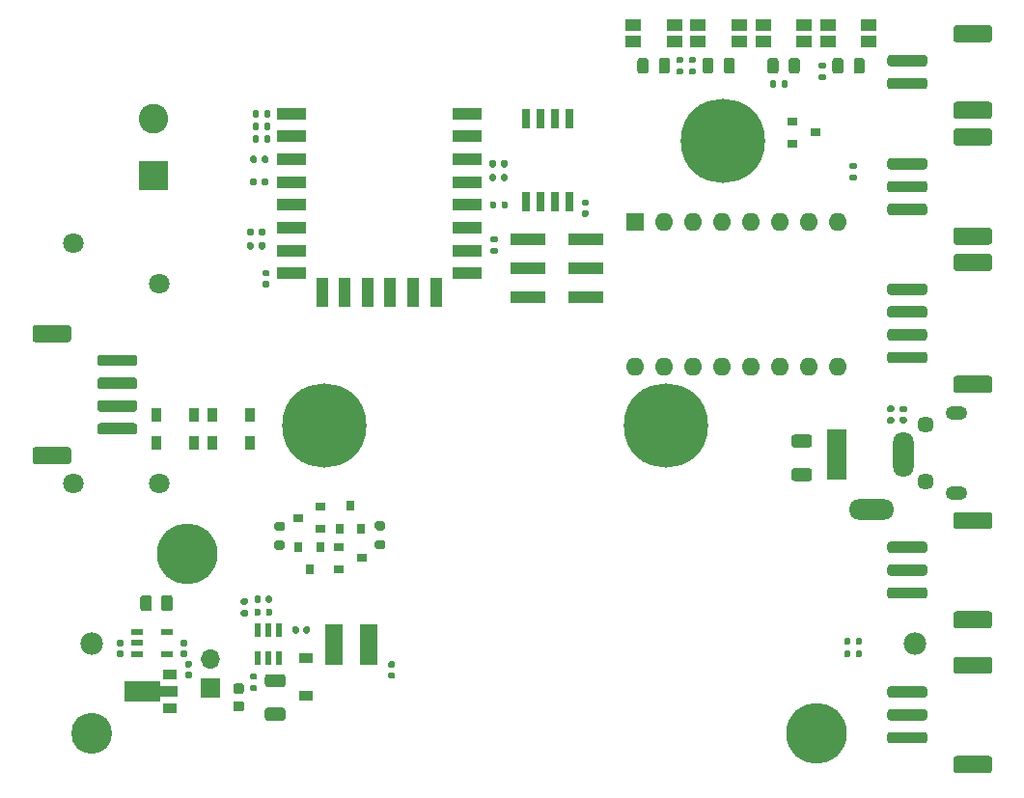
<source format=gbr>
%TF.GenerationSoftware,KiCad,Pcbnew,(5.1.9)-1*%
%TF.CreationDate,2021-05-06T00:14:11+03:00*%
%TF.ProjectId,hardware,68617264-7761-4726-952e-6b696361645f,rev?*%
%TF.SameCoordinates,Original*%
%TF.FileFunction,Soldermask,Top*%
%TF.FilePolarity,Negative*%
%FSLAX46Y46*%
G04 Gerber Fmt 4.6, Leading zero omitted, Abs format (unit mm)*
G04 Created by KiCad (PCBNEW (5.1.9)-1) date 2021-05-06 00:14:11*
%MOMM*%
%LPD*%
G01*
G04 APERTURE LIST*
%ADD10R,2.500000X1.100000*%
%ADD11R,1.100000X2.500000*%
%ADD12R,0.900000X0.800000*%
%ADD13O,1.700000X1.700000*%
%ADD14R,1.700000X1.700000*%
%ADD15C,5.325000*%
%ADD16C,3.585000*%
%ADD17C,1.980000*%
%ADD18C,7.400000*%
%ADD19R,1.400000X1.050000*%
%ADD20C,0.100000*%
%ADD21R,1.300000X0.900000*%
%ADD22R,0.650000X1.700000*%
%ADD23R,0.800000X0.900000*%
%ADD24R,1.500000X3.600000*%
%ADD25C,1.800000*%
%ADD26C,2.600000*%
%ADD27R,2.600000X2.600000*%
%ADD28R,1.800000X4.400000*%
%ADD29O,1.800000X4.000000*%
%ADD30O,4.000000X1.800000*%
%ADD31R,3.150000X1.000000*%
%ADD32O,1.900000X1.200000*%
%ADD33C,1.450000*%
%ADD34R,1.050000X0.550000*%
%ADD35R,0.600000X1.200000*%
%ADD36R,0.900000X1.200000*%
%ADD37R,1.200000X0.900000*%
%ADD38O,1.600000X1.600000*%
%ADD39R,1.600000X1.600000*%
G04 APERTURE END LIST*
%TO.C,R16*%
G36*
G01*
X203887500Y-115099999D02*
X203887500Y-116000001D01*
G75*
G02*
X203637501Y-116250000I-249999J0D01*
G01*
X203112499Y-116250000D01*
G75*
G02*
X202862500Y-116000001I0J249999D01*
G01*
X202862500Y-115099999D01*
G75*
G02*
X203112499Y-114850000I249999J0D01*
G01*
X203637501Y-114850000D01*
G75*
G02*
X203887500Y-115099999I0J-249999D01*
G01*
G37*
G36*
G01*
X205712500Y-115099999D02*
X205712500Y-116000001D01*
G75*
G02*
X205462501Y-116250000I-249999J0D01*
G01*
X204937499Y-116250000D01*
G75*
G02*
X204687500Y-116000001I0J249999D01*
G01*
X204687500Y-115099999D01*
G75*
G02*
X204937499Y-114850000I249999J0D01*
G01*
X205462501Y-114850000D01*
G75*
G02*
X205712500Y-115099999I0J-249999D01*
G01*
G37*
%TD*%
D10*
%TO.C,U2*%
X216110000Y-72600000D03*
X216110000Y-74600000D03*
X216110000Y-76600000D03*
X216110000Y-78600000D03*
X216110000Y-80600000D03*
X216110000Y-82600000D03*
X216110000Y-84600000D03*
X216110000Y-86600000D03*
X231510000Y-86600000D03*
X231510000Y-84600000D03*
X231510000Y-82600000D03*
X231510000Y-80600000D03*
X231510000Y-78600000D03*
X231510000Y-76600000D03*
X231510000Y-74600000D03*
X231510000Y-72600000D03*
D11*
X218800000Y-88300000D03*
X220800000Y-88300000D03*
X222800000Y-88300000D03*
X224800000Y-88300000D03*
X226800000Y-88300000D03*
X228800000Y-88300000D03*
%TD*%
D12*
%TO.C,Q1*%
X262100000Y-74250000D03*
X260100000Y-75200000D03*
X260100000Y-73300000D03*
%TD*%
%TO.C,R25*%
G36*
G01*
X213540000Y-76785000D02*
X213540000Y-76415000D01*
G75*
G02*
X213675000Y-76280000I135000J0D01*
G01*
X213945000Y-76280000D01*
G75*
G02*
X214080000Y-76415000I0J-135000D01*
G01*
X214080000Y-76785000D01*
G75*
G02*
X213945000Y-76920000I-135000J0D01*
G01*
X213675000Y-76920000D01*
G75*
G02*
X213540000Y-76785000I0J135000D01*
G01*
G37*
G36*
G01*
X212520000Y-76785000D02*
X212520000Y-76415000D01*
G75*
G02*
X212655000Y-76280000I135000J0D01*
G01*
X212925000Y-76280000D01*
G75*
G02*
X213060000Y-76415000I0J-135000D01*
G01*
X213060000Y-76785000D01*
G75*
G02*
X212925000Y-76920000I-135000J0D01*
G01*
X212655000Y-76920000D01*
G75*
G02*
X212520000Y-76785000I0J135000D01*
G01*
G37*
%TD*%
%TO.C,R24*%
G36*
G01*
X213540000Y-78785000D02*
X213540000Y-78415000D01*
G75*
G02*
X213675000Y-78280000I135000J0D01*
G01*
X213945000Y-78280000D01*
G75*
G02*
X214080000Y-78415000I0J-135000D01*
G01*
X214080000Y-78785000D01*
G75*
G02*
X213945000Y-78920000I-135000J0D01*
G01*
X213675000Y-78920000D01*
G75*
G02*
X213540000Y-78785000I0J135000D01*
G01*
G37*
G36*
G01*
X212520000Y-78785000D02*
X212520000Y-78415000D01*
G75*
G02*
X212655000Y-78280000I135000J0D01*
G01*
X212925000Y-78280000D01*
G75*
G02*
X213060000Y-78415000I0J-135000D01*
G01*
X213060000Y-78785000D01*
G75*
G02*
X212925000Y-78920000I-135000J0D01*
G01*
X212655000Y-78920000D01*
G75*
G02*
X212520000Y-78785000I0J135000D01*
G01*
G37*
%TD*%
D13*
%TO.C,BT1*%
X209000000Y-120460000D03*
D14*
X209000000Y-123000000D03*
%TD*%
%TO.C,R23*%
G36*
G01*
X265150000Y-119815000D02*
X265150000Y-120185000D01*
G75*
G02*
X265015000Y-120320000I-135000J0D01*
G01*
X264745000Y-120320000D01*
G75*
G02*
X264610000Y-120185000I0J135000D01*
G01*
X264610000Y-119815000D01*
G75*
G02*
X264745000Y-119680000I135000J0D01*
G01*
X265015000Y-119680000D01*
G75*
G02*
X265150000Y-119815000I0J-135000D01*
G01*
G37*
G36*
G01*
X266170000Y-119815000D02*
X266170000Y-120185000D01*
G75*
G02*
X266035000Y-120320000I-135000J0D01*
G01*
X265765000Y-120320000D01*
G75*
G02*
X265630000Y-120185000I0J135000D01*
G01*
X265630000Y-119815000D01*
G75*
G02*
X265765000Y-119680000I135000J0D01*
G01*
X266035000Y-119680000D01*
G75*
G02*
X266170000Y-119815000I0J-135000D01*
G01*
G37*
%TD*%
%TO.C,R22*%
G36*
G01*
X265150000Y-118715000D02*
X265150000Y-119085000D01*
G75*
G02*
X265015000Y-119220000I-135000J0D01*
G01*
X264745000Y-119220000D01*
G75*
G02*
X264610000Y-119085000I0J135000D01*
G01*
X264610000Y-118715000D01*
G75*
G02*
X264745000Y-118580000I135000J0D01*
G01*
X265015000Y-118580000D01*
G75*
G02*
X265150000Y-118715000I0J-135000D01*
G01*
G37*
G36*
G01*
X266170000Y-118715000D02*
X266170000Y-119085000D01*
G75*
G02*
X266035000Y-119220000I-135000J0D01*
G01*
X265765000Y-119220000D01*
G75*
G02*
X265630000Y-119085000I0J135000D01*
G01*
X265630000Y-118715000D01*
G75*
G02*
X265765000Y-118580000I135000J0D01*
G01*
X266035000Y-118580000D01*
G75*
G02*
X266170000Y-118715000I0J-135000D01*
G01*
G37*
%TD*%
%TO.C,C13*%
G36*
G01*
X269970000Y-98800000D02*
X269630000Y-98800000D01*
G75*
G02*
X269490000Y-98660000I0J140000D01*
G01*
X269490000Y-98380000D01*
G75*
G02*
X269630000Y-98240000I140000J0D01*
G01*
X269970000Y-98240000D01*
G75*
G02*
X270110000Y-98380000I0J-140000D01*
G01*
X270110000Y-98660000D01*
G75*
G02*
X269970000Y-98800000I-140000J0D01*
G01*
G37*
G36*
G01*
X269970000Y-99760000D02*
X269630000Y-99760000D01*
G75*
G02*
X269490000Y-99620000I0J140000D01*
G01*
X269490000Y-99340000D01*
G75*
G02*
X269630000Y-99200000I140000J0D01*
G01*
X269970000Y-99200000D01*
G75*
G02*
X270110000Y-99340000I0J-140000D01*
G01*
X270110000Y-99620000D01*
G75*
G02*
X269970000Y-99760000I-140000J0D01*
G01*
G37*
%TD*%
%TO.C,R21*%
G36*
G01*
X213274670Y-83164416D02*
X213274670Y-82794416D01*
G75*
G02*
X213409670Y-82659416I135000J0D01*
G01*
X213679670Y-82659416D01*
G75*
G02*
X213814670Y-82794416I0J-135000D01*
G01*
X213814670Y-83164416D01*
G75*
G02*
X213679670Y-83299416I-135000J0D01*
G01*
X213409670Y-83299416D01*
G75*
G02*
X213274670Y-83164416I0J135000D01*
G01*
G37*
G36*
G01*
X212254670Y-83164416D02*
X212254670Y-82794416D01*
G75*
G02*
X212389670Y-82659416I135000J0D01*
G01*
X212659670Y-82659416D01*
G75*
G02*
X212794670Y-82794416I0J-135000D01*
G01*
X212794670Y-83164416D01*
G75*
G02*
X212659670Y-83299416I-135000J0D01*
G01*
X212389670Y-83299416D01*
G75*
G02*
X212254670Y-83164416I0J135000D01*
G01*
G37*
%TD*%
%TO.C,R14*%
G36*
G01*
X224175000Y-109150000D02*
X223625000Y-109150000D01*
G75*
G02*
X223425000Y-108950000I0J200000D01*
G01*
X223425000Y-108550000D01*
G75*
G02*
X223625000Y-108350000I200000J0D01*
G01*
X224175000Y-108350000D01*
G75*
G02*
X224375000Y-108550000I0J-200000D01*
G01*
X224375000Y-108950000D01*
G75*
G02*
X224175000Y-109150000I-200000J0D01*
G01*
G37*
G36*
G01*
X224175000Y-110800000D02*
X223625000Y-110800000D01*
G75*
G02*
X223425000Y-110600000I0J200000D01*
G01*
X223425000Y-110200000D01*
G75*
G02*
X223625000Y-110000000I200000J0D01*
G01*
X224175000Y-110000000D01*
G75*
G02*
X224375000Y-110200000I0J-200000D01*
G01*
X224375000Y-110600000D01*
G75*
G02*
X224175000Y-110800000I-200000J0D01*
G01*
G37*
%TD*%
%TO.C,R20*%
G36*
G01*
X250015000Y-68630000D02*
X250385000Y-68630000D01*
G75*
G02*
X250520000Y-68765000I0J-135000D01*
G01*
X250520000Y-69035000D01*
G75*
G02*
X250385000Y-69170000I-135000J0D01*
G01*
X250015000Y-69170000D01*
G75*
G02*
X249880000Y-69035000I0J135000D01*
G01*
X249880000Y-68765000D01*
G75*
G02*
X250015000Y-68630000I135000J0D01*
G01*
G37*
G36*
G01*
X250015000Y-67610000D02*
X250385000Y-67610000D01*
G75*
G02*
X250520000Y-67745000I0J-135000D01*
G01*
X250520000Y-68015000D01*
G75*
G02*
X250385000Y-68150000I-135000J0D01*
G01*
X250015000Y-68150000D01*
G75*
G02*
X249880000Y-68015000I0J135000D01*
G01*
X249880000Y-67745000D01*
G75*
G02*
X250015000Y-67610000I135000J0D01*
G01*
G37*
%TD*%
%TO.C,R19*%
G36*
G01*
X251115000Y-68630000D02*
X251485000Y-68630000D01*
G75*
G02*
X251620000Y-68765000I0J-135000D01*
G01*
X251620000Y-69035000D01*
G75*
G02*
X251485000Y-69170000I-135000J0D01*
G01*
X251115000Y-69170000D01*
G75*
G02*
X250980000Y-69035000I0J135000D01*
G01*
X250980000Y-68765000D01*
G75*
G02*
X251115000Y-68630000I135000J0D01*
G01*
G37*
G36*
G01*
X251115000Y-67610000D02*
X251485000Y-67610000D01*
G75*
G02*
X251620000Y-67745000I0J-135000D01*
G01*
X251620000Y-68015000D01*
G75*
G02*
X251485000Y-68150000I-135000J0D01*
G01*
X251115000Y-68150000D01*
G75*
G02*
X250980000Y-68015000I0J135000D01*
G01*
X250980000Y-67745000D01*
G75*
G02*
X251115000Y-67610000I135000J0D01*
G01*
G37*
%TD*%
%TO.C,D9*%
G36*
G01*
X248350000Y-68856250D02*
X248350000Y-67943750D01*
G75*
G02*
X248593750Y-67700000I243750J0D01*
G01*
X249081250Y-67700000D01*
G75*
G02*
X249325000Y-67943750I0J-243750D01*
G01*
X249325000Y-68856250D01*
G75*
G02*
X249081250Y-69100000I-243750J0D01*
G01*
X248593750Y-69100000D01*
G75*
G02*
X248350000Y-68856250I0J243750D01*
G01*
G37*
G36*
G01*
X246475000Y-68856250D02*
X246475000Y-67943750D01*
G75*
G02*
X246718750Y-67700000I243750J0D01*
G01*
X247206250Y-67700000D01*
G75*
G02*
X247450000Y-67943750I0J-243750D01*
G01*
X247450000Y-68856250D01*
G75*
G02*
X247206250Y-69100000I-243750J0D01*
G01*
X246718750Y-69100000D01*
G75*
G02*
X246475000Y-68856250I0J243750D01*
G01*
G37*
%TD*%
%TO.C,D8*%
G36*
G01*
X253150000Y-67943750D02*
X253150000Y-68856250D01*
G75*
G02*
X252906250Y-69100000I-243750J0D01*
G01*
X252418750Y-69100000D01*
G75*
G02*
X252175000Y-68856250I0J243750D01*
G01*
X252175000Y-67943750D01*
G75*
G02*
X252418750Y-67700000I243750J0D01*
G01*
X252906250Y-67700000D01*
G75*
G02*
X253150000Y-67943750I0J-243750D01*
G01*
G37*
G36*
G01*
X255025000Y-67943750D02*
X255025000Y-68856250D01*
G75*
G02*
X254781250Y-69100000I-243750J0D01*
G01*
X254293750Y-69100000D01*
G75*
G02*
X254050000Y-68856250I0J243750D01*
G01*
X254050000Y-67943750D01*
G75*
G02*
X254293750Y-67700000I243750J0D01*
G01*
X254781250Y-67700000D01*
G75*
G02*
X255025000Y-67943750I0J-243750D01*
G01*
G37*
%TD*%
D15*
%TO.C,BT2*%
X207000000Y-111260000D03*
D16*
X198640000Y-127000000D03*
D15*
X262200000Y-127000000D03*
D17*
X198640000Y-119130000D03*
X270840000Y-119130000D03*
%TD*%
D18*
%TO.C,H3*%
X254000000Y-75000000D03*
%TD*%
%TO.C,H2*%
X219000000Y-100000000D03*
%TD*%
%TO.C,H1*%
X249000000Y-100000000D03*
%TD*%
D19*
%TO.C,RESET1*%
X266800000Y-64800000D03*
X263200000Y-64800000D03*
X266800000Y-66240000D03*
X263200000Y-66240000D03*
%TD*%
%TO.C,PB2*%
X255400000Y-64800000D03*
X251800000Y-64800000D03*
X255400000Y-66240000D03*
X251800000Y-66240000D03*
%TD*%
%TO.C,PB1*%
X249700000Y-64800000D03*
X246100000Y-64800000D03*
X249700000Y-66240000D03*
X246100000Y-66240000D03*
%TD*%
%TO.C,FLASH1*%
X261100000Y-64800000D03*
X257500000Y-64800000D03*
X261100000Y-66240000D03*
X257500000Y-66240000D03*
%TD*%
%TO.C,TEMP1*%
G36*
G01*
X271650000Y-81500000D02*
X268650000Y-81500000D01*
G75*
G02*
X268400000Y-81250000I0J250000D01*
G01*
X268400000Y-80750000D01*
G75*
G02*
X268650000Y-80500000I250000J0D01*
G01*
X271650000Y-80500000D01*
G75*
G02*
X271900000Y-80750000I0J-250000D01*
G01*
X271900000Y-81250000D01*
G75*
G02*
X271650000Y-81500000I-250000J0D01*
G01*
G37*
G36*
G01*
X271650000Y-79500000D02*
X268650000Y-79500000D01*
G75*
G02*
X268400000Y-79250000I0J250000D01*
G01*
X268400000Y-78750000D01*
G75*
G02*
X268650000Y-78500000I250000J0D01*
G01*
X271650000Y-78500000D01*
G75*
G02*
X271900000Y-78750000I0J-250000D01*
G01*
X271900000Y-79250000D01*
G75*
G02*
X271650000Y-79500000I-250000J0D01*
G01*
G37*
G36*
G01*
X271650000Y-77500000D02*
X268650000Y-77500000D01*
G75*
G02*
X268400000Y-77250000I0J250000D01*
G01*
X268400000Y-76750000D01*
G75*
G02*
X268650000Y-76500000I250000J0D01*
G01*
X271650000Y-76500000D01*
G75*
G02*
X271900000Y-76750000I0J-250000D01*
G01*
X271900000Y-77250000D01*
G75*
G02*
X271650000Y-77500000I-250000J0D01*
G01*
G37*
G36*
G01*
X277350000Y-84100000D02*
X274450000Y-84100000D01*
G75*
G02*
X274200000Y-83850000I0J250000D01*
G01*
X274200000Y-82850000D01*
G75*
G02*
X274450000Y-82600000I250000J0D01*
G01*
X277350000Y-82600000D01*
G75*
G02*
X277600000Y-82850000I0J-250000D01*
G01*
X277600000Y-83850000D01*
G75*
G02*
X277350000Y-84100000I-250000J0D01*
G01*
G37*
G36*
G01*
X277350000Y-75400000D02*
X274450000Y-75400000D01*
G75*
G02*
X274200000Y-75150000I0J250000D01*
G01*
X274200000Y-74150000D01*
G75*
G02*
X274450000Y-73900000I250000J0D01*
G01*
X277350000Y-73900000D01*
G75*
G02*
X277600000Y-74150000I0J-250000D01*
G01*
X277600000Y-75150000D01*
G75*
G02*
X277350000Y-75400000I-250000J0D01*
G01*
G37*
%TD*%
%TO.C,StepperMotor1*%
G36*
G01*
X277350000Y-86400000D02*
X274450000Y-86400000D01*
G75*
G02*
X274200000Y-86150000I0J250000D01*
G01*
X274200000Y-85150000D01*
G75*
G02*
X274450000Y-84900000I250000J0D01*
G01*
X277350000Y-84900000D01*
G75*
G02*
X277600000Y-85150000I0J-250000D01*
G01*
X277600000Y-86150000D01*
G75*
G02*
X277350000Y-86400000I-250000J0D01*
G01*
G37*
G36*
G01*
X277350000Y-97100000D02*
X274450000Y-97100000D01*
G75*
G02*
X274200000Y-96850000I0J250000D01*
G01*
X274200000Y-95850000D01*
G75*
G02*
X274450000Y-95600000I250000J0D01*
G01*
X277350000Y-95600000D01*
G75*
G02*
X277600000Y-95850000I0J-250000D01*
G01*
X277600000Y-96850000D01*
G75*
G02*
X277350000Y-97100000I-250000J0D01*
G01*
G37*
G36*
G01*
X271650000Y-88500000D02*
X268650000Y-88500000D01*
G75*
G02*
X268400000Y-88250000I0J250000D01*
G01*
X268400000Y-87750000D01*
G75*
G02*
X268650000Y-87500000I250000J0D01*
G01*
X271650000Y-87500000D01*
G75*
G02*
X271900000Y-87750000I0J-250000D01*
G01*
X271900000Y-88250000D01*
G75*
G02*
X271650000Y-88500000I-250000J0D01*
G01*
G37*
G36*
G01*
X271650000Y-90500000D02*
X268650000Y-90500000D01*
G75*
G02*
X268400000Y-90250000I0J250000D01*
G01*
X268400000Y-89750000D01*
G75*
G02*
X268650000Y-89500000I250000J0D01*
G01*
X271650000Y-89500000D01*
G75*
G02*
X271900000Y-89750000I0J-250000D01*
G01*
X271900000Y-90250000D01*
G75*
G02*
X271650000Y-90500000I-250000J0D01*
G01*
G37*
G36*
G01*
X271650000Y-92500000D02*
X268650000Y-92500000D01*
G75*
G02*
X268400000Y-92250000I0J250000D01*
G01*
X268400000Y-91750000D01*
G75*
G02*
X268650000Y-91500000I250000J0D01*
G01*
X271650000Y-91500000D01*
G75*
G02*
X271900000Y-91750000I0J-250000D01*
G01*
X271900000Y-92250000D01*
G75*
G02*
X271650000Y-92500000I-250000J0D01*
G01*
G37*
G36*
G01*
X271650000Y-94500000D02*
X268650000Y-94500000D01*
G75*
G02*
X268400000Y-94250000I0J250000D01*
G01*
X268400000Y-93750000D01*
G75*
G02*
X268650000Y-93500000I250000J0D01*
G01*
X271650000Y-93500000D01*
G75*
G02*
X271900000Y-93750000I0J-250000D01*
G01*
X271900000Y-94250000D01*
G75*
G02*
X271650000Y-94500000I-250000J0D01*
G01*
G37*
%TD*%
%TO.C,PROG1*%
G36*
G01*
X193650000Y-101850000D02*
X196550000Y-101850000D01*
G75*
G02*
X196800000Y-102100000I0J-250000D01*
G01*
X196800000Y-103100000D01*
G75*
G02*
X196550000Y-103350000I-250000J0D01*
G01*
X193650000Y-103350000D01*
G75*
G02*
X193400000Y-103100000I0J250000D01*
G01*
X193400000Y-102100000D01*
G75*
G02*
X193650000Y-101850000I250000J0D01*
G01*
G37*
G36*
G01*
X193650000Y-91150000D02*
X196550000Y-91150000D01*
G75*
G02*
X196800000Y-91400000I0J-250000D01*
G01*
X196800000Y-92400000D01*
G75*
G02*
X196550000Y-92650000I-250000J0D01*
G01*
X193650000Y-92650000D01*
G75*
G02*
X193400000Y-92400000I0J250000D01*
G01*
X193400000Y-91400000D01*
G75*
G02*
X193650000Y-91150000I250000J0D01*
G01*
G37*
G36*
G01*
X199350000Y-99750000D02*
X202350000Y-99750000D01*
G75*
G02*
X202600000Y-100000000I0J-250000D01*
G01*
X202600000Y-100500000D01*
G75*
G02*
X202350000Y-100750000I-250000J0D01*
G01*
X199350000Y-100750000D01*
G75*
G02*
X199100000Y-100500000I0J250000D01*
G01*
X199100000Y-100000000D01*
G75*
G02*
X199350000Y-99750000I250000J0D01*
G01*
G37*
G36*
G01*
X199350000Y-97750000D02*
X202350000Y-97750000D01*
G75*
G02*
X202600000Y-98000000I0J-250000D01*
G01*
X202600000Y-98500000D01*
G75*
G02*
X202350000Y-98750000I-250000J0D01*
G01*
X199350000Y-98750000D01*
G75*
G02*
X199100000Y-98500000I0J250000D01*
G01*
X199100000Y-98000000D01*
G75*
G02*
X199350000Y-97750000I250000J0D01*
G01*
G37*
G36*
G01*
X199350000Y-95750000D02*
X202350000Y-95750000D01*
G75*
G02*
X202600000Y-96000000I0J-250000D01*
G01*
X202600000Y-96500000D01*
G75*
G02*
X202350000Y-96750000I-250000J0D01*
G01*
X199350000Y-96750000D01*
G75*
G02*
X199100000Y-96500000I0J250000D01*
G01*
X199100000Y-96000000D01*
G75*
G02*
X199350000Y-95750000I250000J0D01*
G01*
G37*
G36*
G01*
X199350000Y-93750000D02*
X202350000Y-93750000D01*
G75*
G02*
X202600000Y-94000000I0J-250000D01*
G01*
X202600000Y-94500000D01*
G75*
G02*
X202350000Y-94750000I-250000J0D01*
G01*
X199350000Y-94750000D01*
G75*
G02*
X199100000Y-94500000I0J250000D01*
G01*
X199100000Y-94000000D01*
G75*
G02*
X199350000Y-93750000I250000J0D01*
G01*
G37*
%TD*%
%TO.C,J5*%
G36*
G01*
X277350000Y-66350000D02*
X274450000Y-66350000D01*
G75*
G02*
X274200000Y-66100000I0J250000D01*
G01*
X274200000Y-65100000D01*
G75*
G02*
X274450000Y-64850000I250000J0D01*
G01*
X277350000Y-64850000D01*
G75*
G02*
X277600000Y-65100000I0J-250000D01*
G01*
X277600000Y-66100000D01*
G75*
G02*
X277350000Y-66350000I-250000J0D01*
G01*
G37*
G36*
G01*
X277350000Y-73050000D02*
X274450000Y-73050000D01*
G75*
G02*
X274200000Y-72800000I0J250000D01*
G01*
X274200000Y-71800000D01*
G75*
G02*
X274450000Y-71550000I250000J0D01*
G01*
X277350000Y-71550000D01*
G75*
G02*
X277600000Y-71800000I0J-250000D01*
G01*
X277600000Y-72800000D01*
G75*
G02*
X277350000Y-73050000I-250000J0D01*
G01*
G37*
G36*
G01*
X271650000Y-68450000D02*
X268650000Y-68450000D01*
G75*
G02*
X268400000Y-68200000I0J250000D01*
G01*
X268400000Y-67700000D01*
G75*
G02*
X268650000Y-67450000I250000J0D01*
G01*
X271650000Y-67450000D01*
G75*
G02*
X271900000Y-67700000I0J-250000D01*
G01*
X271900000Y-68200000D01*
G75*
G02*
X271650000Y-68450000I-250000J0D01*
G01*
G37*
G36*
G01*
X271650000Y-70450000D02*
X268650000Y-70450000D01*
G75*
G02*
X268400000Y-70200000I0J250000D01*
G01*
X268400000Y-69700000D01*
G75*
G02*
X268650000Y-69450000I250000J0D01*
G01*
X271650000Y-69450000D01*
G75*
G02*
X271900000Y-69700000I0J-250000D01*
G01*
X271900000Y-70200000D01*
G75*
G02*
X271650000Y-70450000I-250000J0D01*
G01*
G37*
%TD*%
%TO.C,Analog3*%
G36*
G01*
X277350000Y-121750000D02*
X274450000Y-121750000D01*
G75*
G02*
X274200000Y-121500000I0J250000D01*
G01*
X274200000Y-120500000D01*
G75*
G02*
X274450000Y-120250000I250000J0D01*
G01*
X277350000Y-120250000D01*
G75*
G02*
X277600000Y-120500000I0J-250000D01*
G01*
X277600000Y-121500000D01*
G75*
G02*
X277350000Y-121750000I-250000J0D01*
G01*
G37*
G36*
G01*
X277350000Y-130450000D02*
X274450000Y-130450000D01*
G75*
G02*
X274200000Y-130200000I0J250000D01*
G01*
X274200000Y-129200000D01*
G75*
G02*
X274450000Y-128950000I250000J0D01*
G01*
X277350000Y-128950000D01*
G75*
G02*
X277600000Y-129200000I0J-250000D01*
G01*
X277600000Y-130200000D01*
G75*
G02*
X277350000Y-130450000I-250000J0D01*
G01*
G37*
G36*
G01*
X271650000Y-123850000D02*
X268650000Y-123850000D01*
G75*
G02*
X268400000Y-123600000I0J250000D01*
G01*
X268400000Y-123100000D01*
G75*
G02*
X268650000Y-122850000I250000J0D01*
G01*
X271650000Y-122850000D01*
G75*
G02*
X271900000Y-123100000I0J-250000D01*
G01*
X271900000Y-123600000D01*
G75*
G02*
X271650000Y-123850000I-250000J0D01*
G01*
G37*
G36*
G01*
X271650000Y-125850000D02*
X268650000Y-125850000D01*
G75*
G02*
X268400000Y-125600000I0J250000D01*
G01*
X268400000Y-125100000D01*
G75*
G02*
X268650000Y-124850000I250000J0D01*
G01*
X271650000Y-124850000D01*
G75*
G02*
X271900000Y-125100000I0J-250000D01*
G01*
X271900000Y-125600000D01*
G75*
G02*
X271650000Y-125850000I-250000J0D01*
G01*
G37*
G36*
G01*
X271650000Y-127850000D02*
X268650000Y-127850000D01*
G75*
G02*
X268400000Y-127600000I0J250000D01*
G01*
X268400000Y-127100000D01*
G75*
G02*
X268650000Y-126850000I250000J0D01*
G01*
X271650000Y-126850000D01*
G75*
G02*
X271900000Y-127100000I0J-250000D01*
G01*
X271900000Y-127600000D01*
G75*
G02*
X271650000Y-127850000I-250000J0D01*
G01*
G37*
%TD*%
%TO.C,Analog2*%
G36*
G01*
X277350000Y-109050000D02*
X274450000Y-109050000D01*
G75*
G02*
X274200000Y-108800000I0J250000D01*
G01*
X274200000Y-107800000D01*
G75*
G02*
X274450000Y-107550000I250000J0D01*
G01*
X277350000Y-107550000D01*
G75*
G02*
X277600000Y-107800000I0J-250000D01*
G01*
X277600000Y-108800000D01*
G75*
G02*
X277350000Y-109050000I-250000J0D01*
G01*
G37*
G36*
G01*
X277350000Y-117750000D02*
X274450000Y-117750000D01*
G75*
G02*
X274200000Y-117500000I0J250000D01*
G01*
X274200000Y-116500000D01*
G75*
G02*
X274450000Y-116250000I250000J0D01*
G01*
X277350000Y-116250000D01*
G75*
G02*
X277600000Y-116500000I0J-250000D01*
G01*
X277600000Y-117500000D01*
G75*
G02*
X277350000Y-117750000I-250000J0D01*
G01*
G37*
G36*
G01*
X271650000Y-111150000D02*
X268650000Y-111150000D01*
G75*
G02*
X268400000Y-110900000I0J250000D01*
G01*
X268400000Y-110400000D01*
G75*
G02*
X268650000Y-110150000I250000J0D01*
G01*
X271650000Y-110150000D01*
G75*
G02*
X271900000Y-110400000I0J-250000D01*
G01*
X271900000Y-110900000D01*
G75*
G02*
X271650000Y-111150000I-250000J0D01*
G01*
G37*
G36*
G01*
X271650000Y-113150000D02*
X268650000Y-113150000D01*
G75*
G02*
X268400000Y-112900000I0J250000D01*
G01*
X268400000Y-112400000D01*
G75*
G02*
X268650000Y-112150000I250000J0D01*
G01*
X271650000Y-112150000D01*
G75*
G02*
X271900000Y-112400000I0J-250000D01*
G01*
X271900000Y-112900000D01*
G75*
G02*
X271650000Y-113150000I-250000J0D01*
G01*
G37*
G36*
G01*
X271650000Y-115150000D02*
X268650000Y-115150000D01*
G75*
G02*
X268400000Y-114900000I0J250000D01*
G01*
X268400000Y-114400000D01*
G75*
G02*
X268650000Y-114150000I250000J0D01*
G01*
X271650000Y-114150000D01*
G75*
G02*
X271900000Y-114400000I0J-250000D01*
G01*
X271900000Y-114900000D01*
G75*
G02*
X271650000Y-115150000I-250000J0D01*
G01*
G37*
%TD*%
D20*
%TO.C,U3*%
G36*
X201500000Y-122433500D02*
G01*
X204625000Y-122433500D01*
X204625000Y-122850000D01*
X206100000Y-122850000D01*
X206100000Y-123750000D01*
X204625000Y-123750000D01*
X204625000Y-124166500D01*
X201500000Y-124166500D01*
X201500000Y-122433500D01*
G37*
D21*
X205450000Y-121800000D03*
X205450000Y-124800000D03*
%TD*%
D22*
%TO.C,U1*%
X240505000Y-80350000D03*
X239235000Y-80350000D03*
X237965000Y-80350000D03*
X236695000Y-80350000D03*
X236695000Y-73050000D03*
X237965000Y-73050000D03*
X239235000Y-73050000D03*
X240505000Y-73050000D03*
%TD*%
%TO.C,R18*%
G36*
G01*
X213274670Y-84385000D02*
X213274670Y-84015000D01*
G75*
G02*
X213409670Y-83880000I135000J0D01*
G01*
X213679670Y-83880000D01*
G75*
G02*
X213814670Y-84015000I0J-135000D01*
G01*
X213814670Y-84385000D01*
G75*
G02*
X213679670Y-84520000I-135000J0D01*
G01*
X213409670Y-84520000D01*
G75*
G02*
X213274670Y-84385000I0J135000D01*
G01*
G37*
G36*
G01*
X212254670Y-84385000D02*
X212254670Y-84015000D01*
G75*
G02*
X212389670Y-83880000I135000J0D01*
G01*
X212659670Y-83880000D01*
G75*
G02*
X212794670Y-84015000I0J-135000D01*
G01*
X212794670Y-84385000D01*
G75*
G02*
X212659670Y-84520000I-135000J0D01*
G01*
X212389670Y-84520000D01*
G75*
G02*
X212254670Y-84385000I0J135000D01*
G01*
G37*
%TD*%
%TO.C,R17*%
G36*
G01*
X215375000Y-109200000D02*
X214825000Y-109200000D01*
G75*
G02*
X214625000Y-109000000I0J200000D01*
G01*
X214625000Y-108600000D01*
G75*
G02*
X214825000Y-108400000I200000J0D01*
G01*
X215375000Y-108400000D01*
G75*
G02*
X215575000Y-108600000I0J-200000D01*
G01*
X215575000Y-109000000D01*
G75*
G02*
X215375000Y-109200000I-200000J0D01*
G01*
G37*
G36*
G01*
X215375000Y-110850000D02*
X214825000Y-110850000D01*
G75*
G02*
X214625000Y-110650000I0J200000D01*
G01*
X214625000Y-110250000D01*
G75*
G02*
X214825000Y-110050000I200000J0D01*
G01*
X215375000Y-110050000D01*
G75*
G02*
X215575000Y-110250000I0J-200000D01*
G01*
X215575000Y-110650000D01*
G75*
G02*
X215375000Y-110850000I-200000J0D01*
G01*
G37*
%TD*%
%TO.C,R15*%
G36*
G01*
X259130000Y-70185000D02*
X259130000Y-69815000D01*
G75*
G02*
X259265000Y-69680000I135000J0D01*
G01*
X259535000Y-69680000D01*
G75*
G02*
X259670000Y-69815000I0J-135000D01*
G01*
X259670000Y-70185000D01*
G75*
G02*
X259535000Y-70320000I-135000J0D01*
G01*
X259265000Y-70320000D01*
G75*
G02*
X259130000Y-70185000I0J135000D01*
G01*
G37*
G36*
G01*
X258110000Y-70185000D02*
X258110000Y-69815000D01*
G75*
G02*
X258245000Y-69680000I135000J0D01*
G01*
X258515000Y-69680000D01*
G75*
G02*
X258650000Y-69815000I0J-135000D01*
G01*
X258650000Y-70185000D01*
G75*
G02*
X258515000Y-70320000I-135000J0D01*
G01*
X258245000Y-70320000D01*
G75*
G02*
X258110000Y-70185000I0J135000D01*
G01*
G37*
%TD*%
%TO.C,R13*%
G36*
G01*
X262515000Y-69130000D02*
X262885000Y-69130000D01*
G75*
G02*
X263020000Y-69265000I0J-135000D01*
G01*
X263020000Y-69535000D01*
G75*
G02*
X262885000Y-69670000I-135000J0D01*
G01*
X262515000Y-69670000D01*
G75*
G02*
X262380000Y-69535000I0J135000D01*
G01*
X262380000Y-69265000D01*
G75*
G02*
X262515000Y-69130000I135000J0D01*
G01*
G37*
G36*
G01*
X262515000Y-68110000D02*
X262885000Y-68110000D01*
G75*
G02*
X263020000Y-68245000I0J-135000D01*
G01*
X263020000Y-68515000D01*
G75*
G02*
X262885000Y-68650000I-135000J0D01*
G01*
X262515000Y-68650000D01*
G75*
G02*
X262380000Y-68515000I0J135000D01*
G01*
X262380000Y-68245000D01*
G75*
G02*
X262515000Y-68110000I135000J0D01*
G01*
G37*
%TD*%
%TO.C,R12*%
G36*
G01*
X265585000Y-77470000D02*
X265215000Y-77470000D01*
G75*
G02*
X265080000Y-77335000I0J135000D01*
G01*
X265080000Y-77065000D01*
G75*
G02*
X265215000Y-76930000I135000J0D01*
G01*
X265585000Y-76930000D01*
G75*
G02*
X265720000Y-77065000I0J-135000D01*
G01*
X265720000Y-77335000D01*
G75*
G02*
X265585000Y-77470000I-135000J0D01*
G01*
G37*
G36*
G01*
X265585000Y-78490000D02*
X265215000Y-78490000D01*
G75*
G02*
X265080000Y-78355000I0J135000D01*
G01*
X265080000Y-78085000D01*
G75*
G02*
X265215000Y-77950000I135000J0D01*
G01*
X265585000Y-77950000D01*
G75*
G02*
X265720000Y-78085000I0J-135000D01*
G01*
X265720000Y-78355000D01*
G75*
G02*
X265585000Y-78490000I-135000J0D01*
G01*
G37*
%TD*%
%TO.C,R11*%
G36*
G01*
X213250000Y-74615000D02*
X213250000Y-74985000D01*
G75*
G02*
X213115000Y-75120000I-135000J0D01*
G01*
X212845000Y-75120000D01*
G75*
G02*
X212710000Y-74985000I0J135000D01*
G01*
X212710000Y-74615000D01*
G75*
G02*
X212845000Y-74480000I135000J0D01*
G01*
X213115000Y-74480000D01*
G75*
G02*
X213250000Y-74615000I0J-135000D01*
G01*
G37*
G36*
G01*
X214270000Y-74615000D02*
X214270000Y-74985000D01*
G75*
G02*
X214135000Y-75120000I-135000J0D01*
G01*
X213865000Y-75120000D01*
G75*
G02*
X213730000Y-74985000I0J135000D01*
G01*
X213730000Y-74615000D01*
G75*
G02*
X213865000Y-74480000I135000J0D01*
G01*
X214135000Y-74480000D01*
G75*
G02*
X214270000Y-74615000I0J-135000D01*
G01*
G37*
%TD*%
%TO.C,R10*%
G36*
G01*
X213270000Y-73515000D02*
X213270000Y-73885000D01*
G75*
G02*
X213135000Y-74020000I-135000J0D01*
G01*
X212865000Y-74020000D01*
G75*
G02*
X212730000Y-73885000I0J135000D01*
G01*
X212730000Y-73515000D01*
G75*
G02*
X212865000Y-73380000I135000J0D01*
G01*
X213135000Y-73380000D01*
G75*
G02*
X213270000Y-73515000I0J-135000D01*
G01*
G37*
G36*
G01*
X214290000Y-73515000D02*
X214290000Y-73885000D01*
G75*
G02*
X214155000Y-74020000I-135000J0D01*
G01*
X213885000Y-74020000D01*
G75*
G02*
X213750000Y-73885000I0J135000D01*
G01*
X213750000Y-73515000D01*
G75*
G02*
X213885000Y-73380000I135000J0D01*
G01*
X214155000Y-73380000D01*
G75*
G02*
X214290000Y-73515000I0J-135000D01*
G01*
G37*
%TD*%
%TO.C,R9*%
G36*
G01*
X268515000Y-99240000D02*
X268885000Y-99240000D01*
G75*
G02*
X269020000Y-99375000I0J-135000D01*
G01*
X269020000Y-99645000D01*
G75*
G02*
X268885000Y-99780000I-135000J0D01*
G01*
X268515000Y-99780000D01*
G75*
G02*
X268380000Y-99645000I0J135000D01*
G01*
X268380000Y-99375000D01*
G75*
G02*
X268515000Y-99240000I135000J0D01*
G01*
G37*
G36*
G01*
X268515000Y-98220000D02*
X268885000Y-98220000D01*
G75*
G02*
X269020000Y-98355000I0J-135000D01*
G01*
X269020000Y-98625000D01*
G75*
G02*
X268885000Y-98760000I-135000J0D01*
G01*
X268515000Y-98760000D01*
G75*
G02*
X268380000Y-98625000I0J135000D01*
G01*
X268380000Y-98355000D01*
G75*
G02*
X268515000Y-98220000I135000J0D01*
G01*
G37*
%TD*%
%TO.C,R8*%
G36*
G01*
X234050000Y-78015000D02*
X234050000Y-78385000D01*
G75*
G02*
X233915000Y-78520000I-135000J0D01*
G01*
X233645000Y-78520000D01*
G75*
G02*
X233510000Y-78385000I0J135000D01*
G01*
X233510000Y-78015000D01*
G75*
G02*
X233645000Y-77880000I135000J0D01*
G01*
X233915000Y-77880000D01*
G75*
G02*
X234050000Y-78015000I0J-135000D01*
G01*
G37*
G36*
G01*
X235070000Y-78015000D02*
X235070000Y-78385000D01*
G75*
G02*
X234935000Y-78520000I-135000J0D01*
G01*
X234665000Y-78520000D01*
G75*
G02*
X234530000Y-78385000I0J135000D01*
G01*
X234530000Y-78015000D01*
G75*
G02*
X234665000Y-77880000I135000J0D01*
G01*
X234935000Y-77880000D01*
G75*
G02*
X235070000Y-78015000I0J-135000D01*
G01*
G37*
%TD*%
%TO.C,R7*%
G36*
G01*
X233715000Y-84350000D02*
X234085000Y-84350000D01*
G75*
G02*
X234220000Y-84485000I0J-135000D01*
G01*
X234220000Y-84755000D01*
G75*
G02*
X234085000Y-84890000I-135000J0D01*
G01*
X233715000Y-84890000D01*
G75*
G02*
X233580000Y-84755000I0J135000D01*
G01*
X233580000Y-84485000D01*
G75*
G02*
X233715000Y-84350000I135000J0D01*
G01*
G37*
G36*
G01*
X233715000Y-83330000D02*
X234085000Y-83330000D01*
G75*
G02*
X234220000Y-83465000I0J-135000D01*
G01*
X234220000Y-83735000D01*
G75*
G02*
X234085000Y-83870000I-135000J0D01*
G01*
X233715000Y-83870000D01*
G75*
G02*
X233580000Y-83735000I0J135000D01*
G01*
X233580000Y-83465000D01*
G75*
G02*
X233715000Y-83330000I135000J0D01*
G01*
G37*
%TD*%
%TO.C,R6*%
G36*
G01*
X234050000Y-76815000D02*
X234050000Y-77185000D01*
G75*
G02*
X233915000Y-77320000I-135000J0D01*
G01*
X233645000Y-77320000D01*
G75*
G02*
X233510000Y-77185000I0J135000D01*
G01*
X233510000Y-76815000D01*
G75*
G02*
X233645000Y-76680000I135000J0D01*
G01*
X233915000Y-76680000D01*
G75*
G02*
X234050000Y-76815000I0J-135000D01*
G01*
G37*
G36*
G01*
X235070000Y-76815000D02*
X235070000Y-77185000D01*
G75*
G02*
X234935000Y-77320000I-135000J0D01*
G01*
X234665000Y-77320000D01*
G75*
G02*
X234530000Y-77185000I0J135000D01*
G01*
X234530000Y-76815000D01*
G75*
G02*
X234665000Y-76680000I135000J0D01*
G01*
X234935000Y-76680000D01*
G75*
G02*
X235070000Y-76815000I0J-135000D01*
G01*
G37*
%TD*%
%TO.C,R5*%
G36*
G01*
X234070000Y-80415000D02*
X234070000Y-80785000D01*
G75*
G02*
X233935000Y-80920000I-135000J0D01*
G01*
X233665000Y-80920000D01*
G75*
G02*
X233530000Y-80785000I0J135000D01*
G01*
X233530000Y-80415000D01*
G75*
G02*
X233665000Y-80280000I135000J0D01*
G01*
X233935000Y-80280000D01*
G75*
G02*
X234070000Y-80415000I0J-135000D01*
G01*
G37*
G36*
G01*
X235090000Y-80415000D02*
X235090000Y-80785000D01*
G75*
G02*
X234955000Y-80920000I-135000J0D01*
G01*
X234685000Y-80920000D01*
G75*
G02*
X234550000Y-80785000I0J135000D01*
G01*
X234550000Y-80415000D01*
G75*
G02*
X234685000Y-80280000I135000J0D01*
G01*
X234955000Y-80280000D01*
G75*
G02*
X235090000Y-80415000I0J-135000D01*
G01*
G37*
%TD*%
%TO.C,R4*%
G36*
G01*
X212615000Y-122740000D02*
X212985000Y-122740000D01*
G75*
G02*
X213120000Y-122875000I0J-135000D01*
G01*
X213120000Y-123145000D01*
G75*
G02*
X212985000Y-123280000I-135000J0D01*
G01*
X212615000Y-123280000D01*
G75*
G02*
X212480000Y-123145000I0J135000D01*
G01*
X212480000Y-122875000D01*
G75*
G02*
X212615000Y-122740000I135000J0D01*
G01*
G37*
G36*
G01*
X212615000Y-121720000D02*
X212985000Y-121720000D01*
G75*
G02*
X213120000Y-121855000I0J-135000D01*
G01*
X213120000Y-122125000D01*
G75*
G02*
X212985000Y-122260000I-135000J0D01*
G01*
X212615000Y-122260000D01*
G75*
G02*
X212480000Y-122125000I0J135000D01*
G01*
X212480000Y-121855000D01*
G75*
G02*
X212615000Y-121720000I135000J0D01*
G01*
G37*
%TD*%
%TO.C,R3*%
G36*
G01*
X213890000Y-116525000D02*
X213890000Y-116155000D01*
G75*
G02*
X214025000Y-116020000I135000J0D01*
G01*
X214295000Y-116020000D01*
G75*
G02*
X214430000Y-116155000I0J-135000D01*
G01*
X214430000Y-116525000D01*
G75*
G02*
X214295000Y-116660000I-135000J0D01*
G01*
X214025000Y-116660000D01*
G75*
G02*
X213890000Y-116525000I0J135000D01*
G01*
G37*
G36*
G01*
X212870000Y-116525000D02*
X212870000Y-116155000D01*
G75*
G02*
X213005000Y-116020000I135000J0D01*
G01*
X213275000Y-116020000D01*
G75*
G02*
X213410000Y-116155000I0J-135000D01*
G01*
X213410000Y-116525000D01*
G75*
G02*
X213275000Y-116660000I-135000J0D01*
G01*
X213005000Y-116660000D01*
G75*
G02*
X212870000Y-116525000I0J135000D01*
G01*
G37*
%TD*%
%TO.C,R2*%
G36*
G01*
X213730000Y-72785000D02*
X213730000Y-72415000D01*
G75*
G02*
X213865000Y-72280000I135000J0D01*
G01*
X214135000Y-72280000D01*
G75*
G02*
X214270000Y-72415000I0J-135000D01*
G01*
X214270000Y-72785000D01*
G75*
G02*
X214135000Y-72920000I-135000J0D01*
G01*
X213865000Y-72920000D01*
G75*
G02*
X213730000Y-72785000I0J135000D01*
G01*
G37*
G36*
G01*
X212710000Y-72785000D02*
X212710000Y-72415000D01*
G75*
G02*
X212845000Y-72280000I135000J0D01*
G01*
X213115000Y-72280000D01*
G75*
G02*
X213250000Y-72415000I0J-135000D01*
G01*
X213250000Y-72785000D01*
G75*
G02*
X213115000Y-72920000I-135000J0D01*
G01*
X212845000Y-72920000D01*
G75*
G02*
X212710000Y-72785000I0J135000D01*
G01*
G37*
%TD*%
%TO.C,R1*%
G36*
G01*
X212185000Y-115670000D02*
X211815000Y-115670000D01*
G75*
G02*
X211680000Y-115535000I0J135000D01*
G01*
X211680000Y-115265000D01*
G75*
G02*
X211815000Y-115130000I135000J0D01*
G01*
X212185000Y-115130000D01*
G75*
G02*
X212320000Y-115265000I0J-135000D01*
G01*
X212320000Y-115535000D01*
G75*
G02*
X212185000Y-115670000I-135000J0D01*
G01*
G37*
G36*
G01*
X212185000Y-116690000D02*
X211815000Y-116690000D01*
G75*
G02*
X211680000Y-116555000I0J135000D01*
G01*
X211680000Y-116285000D01*
G75*
G02*
X211815000Y-116150000I135000J0D01*
G01*
X212185000Y-116150000D01*
G75*
G02*
X212320000Y-116285000I0J-135000D01*
G01*
X212320000Y-116555000D01*
G75*
G02*
X212185000Y-116690000I-135000J0D01*
G01*
G37*
%TD*%
D12*
%TO.C,Q5*%
X216700000Y-108050000D03*
X218700000Y-107100000D03*
X218700000Y-109000000D03*
%TD*%
D23*
%TO.C,Q4*%
X217700000Y-112600000D03*
X216750000Y-110600000D03*
X218650000Y-110600000D03*
%TD*%
%TO.C,Q3*%
X221300000Y-107000000D03*
X222250000Y-109000000D03*
X220350000Y-109000000D03*
%TD*%
D12*
%TO.C,Q2*%
X222300000Y-111600000D03*
X220300000Y-112550000D03*
X220300000Y-110650000D03*
%TD*%
D24*
%TO.C,L1*%
X222900000Y-119200000D03*
X219850000Y-119200000D03*
%TD*%
D25*
%TO.C,K1*%
X204500000Y-105000000D03*
X204500000Y-87500000D03*
X197000000Y-84000000D03*
X197000000Y-105000000D03*
%TD*%
D26*
%TO.C,J4*%
X204000000Y-73000000D03*
D27*
X204000000Y-78000000D03*
%TD*%
D28*
%TO.C,J3*%
X264000000Y-102500000D03*
D29*
X269800000Y-102500000D03*
D30*
X267000000Y-107300000D03*
%TD*%
D31*
%TO.C,J2*%
X236875000Y-83620000D03*
X241925000Y-83620000D03*
X236875000Y-86160000D03*
X241925000Y-86160000D03*
X236875000Y-88700000D03*
X241925000Y-88700000D03*
%TD*%
D32*
%TO.C,J1*%
X274487500Y-105900000D03*
X274487500Y-98900000D03*
D33*
X271787500Y-104900000D03*
X271787500Y-99900000D03*
%TD*%
D34*
%TO.C,IC2*%
X205200000Y-118100000D03*
X205200000Y-120000000D03*
X202600000Y-120000000D03*
X202600000Y-119050000D03*
X202600000Y-118100000D03*
%TD*%
D35*
%TO.C,IC1*%
X215050000Y-120400000D03*
X214100000Y-120400000D03*
X213150000Y-120400000D03*
X213150000Y-117900000D03*
X214100000Y-117900000D03*
X215050000Y-117900000D03*
%TD*%
D36*
%TO.C,D7*%
X204310000Y-101500000D03*
X207610000Y-101500000D03*
%TD*%
%TO.C,D6*%
X209150000Y-101500000D03*
X212450000Y-101500000D03*
%TD*%
%TO.C,D5*%
X204310000Y-99050000D03*
X207610000Y-99050000D03*
%TD*%
%TO.C,D4*%
X209150000Y-99050000D03*
X212450000Y-99050000D03*
%TD*%
%TO.C,D3*%
G36*
G01*
X259750000Y-68856250D02*
X259750000Y-67943750D01*
G75*
G02*
X259993750Y-67700000I243750J0D01*
G01*
X260481250Y-67700000D01*
G75*
G02*
X260725000Y-67943750I0J-243750D01*
G01*
X260725000Y-68856250D01*
G75*
G02*
X260481250Y-69100000I-243750J0D01*
G01*
X259993750Y-69100000D01*
G75*
G02*
X259750000Y-68856250I0J243750D01*
G01*
G37*
G36*
G01*
X257875000Y-68856250D02*
X257875000Y-67943750D01*
G75*
G02*
X258118750Y-67700000I243750J0D01*
G01*
X258606250Y-67700000D01*
G75*
G02*
X258850000Y-67943750I0J-243750D01*
G01*
X258850000Y-68856250D01*
G75*
G02*
X258606250Y-69100000I-243750J0D01*
G01*
X258118750Y-69100000D01*
G75*
G02*
X257875000Y-68856250I0J243750D01*
G01*
G37*
%TD*%
%TO.C,D2*%
G36*
G01*
X264550000Y-67943750D02*
X264550000Y-68856250D01*
G75*
G02*
X264306250Y-69100000I-243750J0D01*
G01*
X263818750Y-69100000D01*
G75*
G02*
X263575000Y-68856250I0J243750D01*
G01*
X263575000Y-67943750D01*
G75*
G02*
X263818750Y-67700000I243750J0D01*
G01*
X264306250Y-67700000D01*
G75*
G02*
X264550000Y-67943750I0J-243750D01*
G01*
G37*
G36*
G01*
X266425000Y-67943750D02*
X266425000Y-68856250D01*
G75*
G02*
X266181250Y-69100000I-243750J0D01*
G01*
X265693750Y-69100000D01*
G75*
G02*
X265450000Y-68856250I0J243750D01*
G01*
X265450000Y-67943750D01*
G75*
G02*
X265693750Y-67700000I243750J0D01*
G01*
X266181250Y-67700000D01*
G75*
G02*
X266425000Y-67943750I0J-243750D01*
G01*
G37*
%TD*%
D37*
%TO.C,D1*%
X217400000Y-123700000D03*
X217400000Y-120400000D03*
%TD*%
%TO.C,C12*%
G36*
G01*
X211250000Y-124150000D02*
X211750000Y-124150000D01*
G75*
G02*
X211975000Y-124375000I0J-225000D01*
G01*
X211975000Y-124825000D01*
G75*
G02*
X211750000Y-125050000I-225000J0D01*
G01*
X211250000Y-125050000D01*
G75*
G02*
X211025000Y-124825000I0J225000D01*
G01*
X211025000Y-124375000D01*
G75*
G02*
X211250000Y-124150000I225000J0D01*
G01*
G37*
G36*
G01*
X211250000Y-122600000D02*
X211750000Y-122600000D01*
G75*
G02*
X211975000Y-122825000I0J-225000D01*
G01*
X211975000Y-123275000D01*
G75*
G02*
X211750000Y-123500000I-225000J0D01*
G01*
X211250000Y-123500000D01*
G75*
G02*
X211025000Y-123275000I0J225000D01*
G01*
X211025000Y-122825000D01*
G75*
G02*
X211250000Y-122600000I225000J0D01*
G01*
G37*
%TD*%
%TO.C,C11*%
G36*
G01*
X207270000Y-121180000D02*
X206930000Y-121180000D01*
G75*
G02*
X206790000Y-121040000I0J140000D01*
G01*
X206790000Y-120760000D01*
G75*
G02*
X206930000Y-120620000I140000J0D01*
G01*
X207270000Y-120620000D01*
G75*
G02*
X207410000Y-120760000I0J-140000D01*
G01*
X207410000Y-121040000D01*
G75*
G02*
X207270000Y-121180000I-140000J0D01*
G01*
G37*
G36*
G01*
X207270000Y-122140000D02*
X206930000Y-122140000D01*
G75*
G02*
X206790000Y-122000000I0J140000D01*
G01*
X206790000Y-121720000D01*
G75*
G02*
X206930000Y-121580000I140000J0D01*
G01*
X207270000Y-121580000D01*
G75*
G02*
X207410000Y-121720000I0J-140000D01*
G01*
X207410000Y-122000000D01*
G75*
G02*
X207270000Y-122140000I-140000J0D01*
G01*
G37*
%TD*%
%TO.C,C10*%
G36*
G01*
X206870000Y-119320000D02*
X206530000Y-119320000D01*
G75*
G02*
X206390000Y-119180000I0J140000D01*
G01*
X206390000Y-118900000D01*
G75*
G02*
X206530000Y-118760000I140000J0D01*
G01*
X206870000Y-118760000D01*
G75*
G02*
X207010000Y-118900000I0J-140000D01*
G01*
X207010000Y-119180000D01*
G75*
G02*
X206870000Y-119320000I-140000J0D01*
G01*
G37*
G36*
G01*
X206870000Y-120280000D02*
X206530000Y-120280000D01*
G75*
G02*
X206390000Y-120140000I0J140000D01*
G01*
X206390000Y-119860000D01*
G75*
G02*
X206530000Y-119720000I140000J0D01*
G01*
X206870000Y-119720000D01*
G75*
G02*
X207010000Y-119860000I0J-140000D01*
G01*
X207010000Y-120140000D01*
G75*
G02*
X206870000Y-120280000I-140000J0D01*
G01*
G37*
%TD*%
%TO.C,C9*%
G36*
G01*
X201270000Y-119320000D02*
X200930000Y-119320000D01*
G75*
G02*
X200790000Y-119180000I0J140000D01*
G01*
X200790000Y-118900000D01*
G75*
G02*
X200930000Y-118760000I140000J0D01*
G01*
X201270000Y-118760000D01*
G75*
G02*
X201410000Y-118900000I0J-140000D01*
G01*
X201410000Y-119180000D01*
G75*
G02*
X201270000Y-119320000I-140000J0D01*
G01*
G37*
G36*
G01*
X201270000Y-120280000D02*
X200930000Y-120280000D01*
G75*
G02*
X200790000Y-120140000I0J140000D01*
G01*
X200790000Y-119860000D01*
G75*
G02*
X200930000Y-119720000I140000J0D01*
G01*
X201270000Y-119720000D01*
G75*
G02*
X201410000Y-119860000I0J-140000D01*
G01*
X201410000Y-120140000D01*
G75*
G02*
X201270000Y-120280000I-140000J0D01*
G01*
G37*
%TD*%
%TO.C,C8*%
G36*
G01*
X260249999Y-103700000D02*
X261550001Y-103700000D01*
G75*
G02*
X261800000Y-103949999I0J-249999D01*
G01*
X261800000Y-104600001D01*
G75*
G02*
X261550001Y-104850000I-249999J0D01*
G01*
X260249999Y-104850000D01*
G75*
G02*
X260000000Y-104600001I0J249999D01*
G01*
X260000000Y-103949999D01*
G75*
G02*
X260249999Y-103700000I249999J0D01*
G01*
G37*
G36*
G01*
X260249999Y-100750000D02*
X261550001Y-100750000D01*
G75*
G02*
X261800000Y-100999999I0J-249999D01*
G01*
X261800000Y-101650001D01*
G75*
G02*
X261550001Y-101900000I-249999J0D01*
G01*
X260249999Y-101900000D01*
G75*
G02*
X260000000Y-101650001I0J249999D01*
G01*
X260000000Y-100999999D01*
G75*
G02*
X260249999Y-100750000I249999J0D01*
G01*
G37*
%TD*%
%TO.C,C6*%
G36*
G01*
X224730000Y-121620000D02*
X225070000Y-121620000D01*
G75*
G02*
X225210000Y-121760000I0J-140000D01*
G01*
X225210000Y-122040000D01*
G75*
G02*
X225070000Y-122180000I-140000J0D01*
G01*
X224730000Y-122180000D01*
G75*
G02*
X224590000Y-122040000I0J140000D01*
G01*
X224590000Y-121760000D01*
G75*
G02*
X224730000Y-121620000I140000J0D01*
G01*
G37*
G36*
G01*
X224730000Y-120660000D02*
X225070000Y-120660000D01*
G75*
G02*
X225210000Y-120800000I0J-140000D01*
G01*
X225210000Y-121080000D01*
G75*
G02*
X225070000Y-121220000I-140000J0D01*
G01*
X224730000Y-121220000D01*
G75*
G02*
X224590000Y-121080000I0J140000D01*
G01*
X224590000Y-120800000D01*
G75*
G02*
X224730000Y-120660000I140000J0D01*
G01*
G37*
%TD*%
%TO.C,C5*%
G36*
G01*
X241730000Y-81080000D02*
X242070000Y-81080000D01*
G75*
G02*
X242210000Y-81220000I0J-140000D01*
G01*
X242210000Y-81500000D01*
G75*
G02*
X242070000Y-81640000I-140000J0D01*
G01*
X241730000Y-81640000D01*
G75*
G02*
X241590000Y-81500000I0J140000D01*
G01*
X241590000Y-81220000D01*
G75*
G02*
X241730000Y-81080000I140000J0D01*
G01*
G37*
G36*
G01*
X241730000Y-80120000D02*
X242070000Y-80120000D01*
G75*
G02*
X242210000Y-80260000I0J-140000D01*
G01*
X242210000Y-80540000D01*
G75*
G02*
X242070000Y-80680000I-140000J0D01*
G01*
X241730000Y-80680000D01*
G75*
G02*
X241590000Y-80540000I0J140000D01*
G01*
X241590000Y-80260000D01*
G75*
G02*
X241730000Y-80120000I140000J0D01*
G01*
G37*
%TD*%
%TO.C,C4*%
G36*
G01*
X214049999Y-124725000D02*
X215350001Y-124725000D01*
G75*
G02*
X215600000Y-124974999I0J-249999D01*
G01*
X215600000Y-125625001D01*
G75*
G02*
X215350001Y-125875000I-249999J0D01*
G01*
X214049999Y-125875000D01*
G75*
G02*
X213800000Y-125625001I0J249999D01*
G01*
X213800000Y-124974999D01*
G75*
G02*
X214049999Y-124725000I249999J0D01*
G01*
G37*
G36*
G01*
X214049999Y-121775000D02*
X215350001Y-121775000D01*
G75*
G02*
X215600000Y-122024999I0J-249999D01*
G01*
X215600000Y-122675001D01*
G75*
G02*
X215350001Y-122925000I-249999J0D01*
G01*
X214049999Y-122925000D01*
G75*
G02*
X213800000Y-122675001I0J249999D01*
G01*
X213800000Y-122024999D01*
G75*
G02*
X214049999Y-121775000I249999J0D01*
G01*
G37*
%TD*%
%TO.C,C3*%
G36*
G01*
X217180000Y-118070000D02*
X217180000Y-117730000D01*
G75*
G02*
X217320000Y-117590000I140000J0D01*
G01*
X217600000Y-117590000D01*
G75*
G02*
X217740000Y-117730000I0J-140000D01*
G01*
X217740000Y-118070000D01*
G75*
G02*
X217600000Y-118210000I-140000J0D01*
G01*
X217320000Y-118210000D01*
G75*
G02*
X217180000Y-118070000I0J140000D01*
G01*
G37*
G36*
G01*
X216220000Y-118070000D02*
X216220000Y-117730000D01*
G75*
G02*
X216360000Y-117590000I140000J0D01*
G01*
X216640000Y-117590000D01*
G75*
G02*
X216780000Y-117730000I0J-140000D01*
G01*
X216780000Y-118070000D01*
G75*
G02*
X216640000Y-118210000I-140000J0D01*
G01*
X216360000Y-118210000D01*
G75*
G02*
X216220000Y-118070000I0J140000D01*
G01*
G37*
%TD*%
%TO.C,C2*%
G36*
G01*
X213850000Y-115370000D02*
X213850000Y-115030000D01*
G75*
G02*
X213990000Y-114890000I140000J0D01*
G01*
X214270000Y-114890000D01*
G75*
G02*
X214410000Y-115030000I0J-140000D01*
G01*
X214410000Y-115370000D01*
G75*
G02*
X214270000Y-115510000I-140000J0D01*
G01*
X213990000Y-115510000D01*
G75*
G02*
X213850000Y-115370000I0J140000D01*
G01*
G37*
G36*
G01*
X212890000Y-115370000D02*
X212890000Y-115030000D01*
G75*
G02*
X213030000Y-114890000I140000J0D01*
G01*
X213310000Y-114890000D01*
G75*
G02*
X213450000Y-115030000I0J-140000D01*
G01*
X213450000Y-115370000D01*
G75*
G02*
X213310000Y-115510000I-140000J0D01*
G01*
X213030000Y-115510000D01*
G75*
G02*
X212890000Y-115370000I0J140000D01*
G01*
G37*
%TD*%
%TO.C,C1*%
G36*
G01*
X213730000Y-87280000D02*
X214070000Y-87280000D01*
G75*
G02*
X214210000Y-87420000I0J-140000D01*
G01*
X214210000Y-87700000D01*
G75*
G02*
X214070000Y-87840000I-140000J0D01*
G01*
X213730000Y-87840000D01*
G75*
G02*
X213590000Y-87700000I0J140000D01*
G01*
X213590000Y-87420000D01*
G75*
G02*
X213730000Y-87280000I140000J0D01*
G01*
G37*
G36*
G01*
X213730000Y-86320000D02*
X214070000Y-86320000D01*
G75*
G02*
X214210000Y-86460000I0J-140000D01*
G01*
X214210000Y-86740000D01*
G75*
G02*
X214070000Y-86880000I-140000J0D01*
G01*
X213730000Y-86880000D01*
G75*
G02*
X213590000Y-86740000I0J140000D01*
G01*
X213590000Y-86460000D01*
G75*
G02*
X213730000Y-86320000I140000J0D01*
G01*
G37*
%TD*%
D38*
%TO.C,A1*%
X246250000Y-94835000D03*
X264030000Y-82135000D03*
X248790000Y-94835000D03*
X261490000Y-82135000D03*
X251330000Y-94835000D03*
X258950000Y-82135000D03*
X253870000Y-94835000D03*
X256410000Y-82135000D03*
X256410000Y-94835000D03*
X253870000Y-82135000D03*
X258950000Y-94835000D03*
X251330000Y-82135000D03*
X261490000Y-94835000D03*
X248790000Y-82135000D03*
X264030000Y-94835000D03*
D39*
X246250000Y-82135000D03*
%TD*%
M02*

</source>
